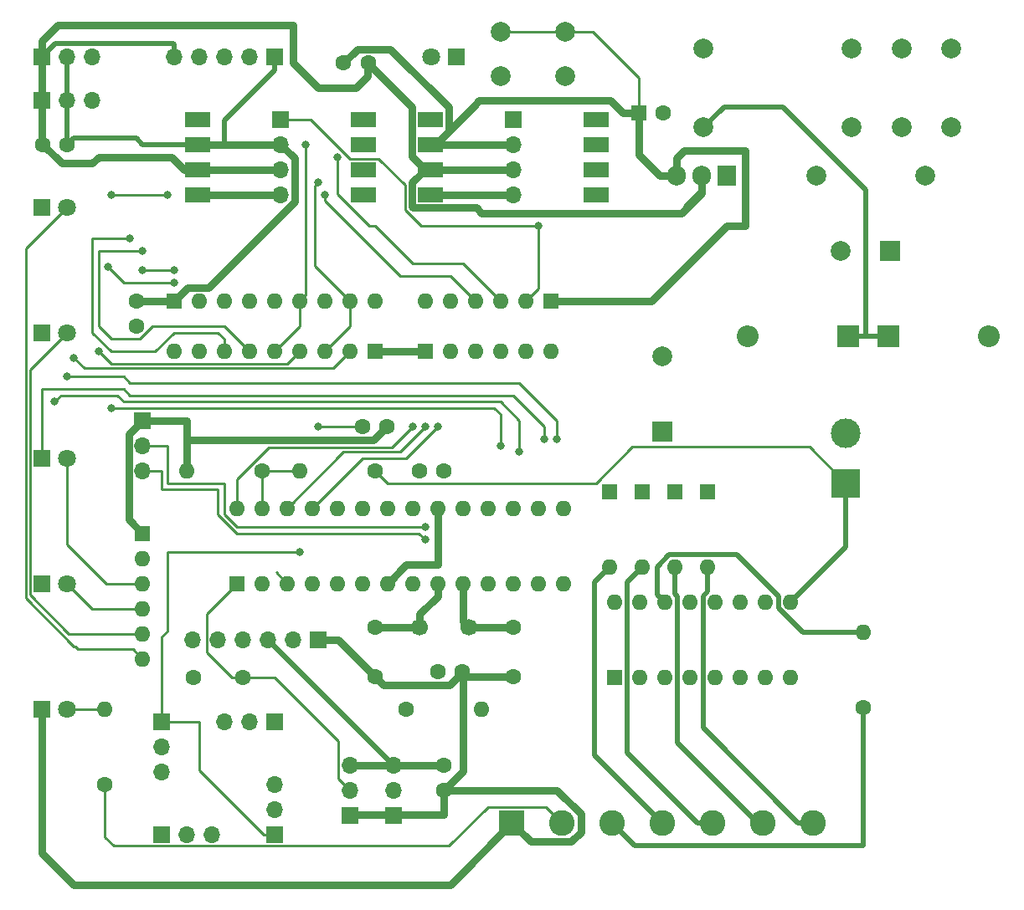
<source format=gbr>
G04 #@! TF.GenerationSoftware,KiCad,Pcbnew,(5.1.9)-1*
G04 #@! TF.CreationDate,2023-11-08T13:31:57-08:00*
G04 #@! TF.ProjectId,DSAMKVIE,4453414d-4b56-4494-952e-6b696361645f,rev?*
G04 #@! TF.SameCoordinates,Original*
G04 #@! TF.FileFunction,Copper,L1,Top*
G04 #@! TF.FilePolarity,Positive*
%FSLAX46Y46*%
G04 Gerber Fmt 4.6, Leading zero omitted, Abs format (unit mm)*
G04 Created by KiCad (PCBNEW (5.1.9)-1) date 2023-11-08 13:31:57*
%MOMM*%
%LPD*%
G01*
G04 APERTURE LIST*
G04 #@! TA.AperFunction,ComponentPad*
%ADD10C,2.600000*%
G04 #@! TD*
G04 #@! TA.AperFunction,ComponentPad*
%ADD11R,2.600000X2.600000*%
G04 #@! TD*
G04 #@! TA.AperFunction,ComponentPad*
%ADD12R,1.600000X1.600000*%
G04 #@! TD*
G04 #@! TA.AperFunction,ComponentPad*
%ADD13O,1.600000X1.600000*%
G04 #@! TD*
G04 #@! TA.AperFunction,ComponentPad*
%ADD14C,1.600000*%
G04 #@! TD*
G04 #@! TA.AperFunction,ComponentPad*
%ADD15C,3.000000*%
G04 #@! TD*
G04 #@! TA.AperFunction,ComponentPad*
%ADD16R,3.000000X3.000000*%
G04 #@! TD*
G04 #@! TA.AperFunction,ComponentPad*
%ADD17C,1.800000*%
G04 #@! TD*
G04 #@! TA.AperFunction,ComponentPad*
%ADD18R,1.800000X1.800000*%
G04 #@! TD*
G04 #@! TA.AperFunction,ComponentPad*
%ADD19R,1.700000X1.700000*%
G04 #@! TD*
G04 #@! TA.AperFunction,ComponentPad*
%ADD20O,1.700000X1.700000*%
G04 #@! TD*
G04 #@! TA.AperFunction,SMDPad,CuDef*
%ADD21R,2.540000X1.520000*%
G04 #@! TD*
G04 #@! TA.AperFunction,ComponentPad*
%ADD22C,2.000000*%
G04 #@! TD*
G04 #@! TA.AperFunction,ComponentPad*
%ADD23R,2.000000X2.000000*%
G04 #@! TD*
G04 #@! TA.AperFunction,ComponentPad*
%ADD24C,1.700000*%
G04 #@! TD*
G04 #@! TA.AperFunction,ComponentPad*
%ADD25R,2.200000X2.200000*%
G04 #@! TD*
G04 #@! TA.AperFunction,ComponentPad*
%ADD26O,2.200000X2.200000*%
G04 #@! TD*
G04 #@! TA.AperFunction,ComponentPad*
%ADD27R,1.905000X2.000000*%
G04 #@! TD*
G04 #@! TA.AperFunction,ComponentPad*
%ADD28O,1.905000X2.000000*%
G04 #@! TD*
G04 #@! TA.AperFunction,ViaPad*
%ADD29C,0.800000*%
G04 #@! TD*
G04 #@! TA.AperFunction,Conductor*
%ADD30C,0.508000*%
G04 #@! TD*
G04 #@! TA.AperFunction,Conductor*
%ADD31C,0.762000*%
G04 #@! TD*
G04 #@! TA.AperFunction,Conductor*
%ADD32C,0.254000*%
G04 #@! TD*
G04 #@! TA.AperFunction,Conductor*
%ADD33C,0.250000*%
G04 #@! TD*
G04 APERTURE END LIST*
D10*
X178308000Y-134112000D03*
X173228000Y-134112000D03*
X168148000Y-134112000D03*
X163068000Y-134112000D03*
X157988000Y-134112000D03*
X152908000Y-134112000D03*
D11*
X147828000Y-134112000D03*
D12*
X120015000Y-109855000D03*
D13*
X153035000Y-102235000D03*
X122555000Y-109855000D03*
X150495000Y-102235000D03*
X125095000Y-109855000D03*
X147955000Y-102235000D03*
X127635000Y-109855000D03*
X145415000Y-102235000D03*
X130175000Y-109855000D03*
X142875000Y-102235000D03*
X132715000Y-109855000D03*
X140335000Y-102235000D03*
X135255000Y-109855000D03*
X137795000Y-102235000D03*
X137795000Y-109855000D03*
X135255000Y-102235000D03*
X140335000Y-109855000D03*
X132715000Y-102235000D03*
X142875000Y-109855000D03*
X130175000Y-102235000D03*
X145415000Y-109855000D03*
X127635000Y-102235000D03*
X147955000Y-109855000D03*
X125095000Y-102235000D03*
X150495000Y-109855000D03*
X122555000Y-102235000D03*
X153035000Y-109855000D03*
X120015000Y-102235000D03*
X139065000Y-81280000D03*
X141605000Y-81280000D03*
X144145000Y-81280000D03*
X146685000Y-81280000D03*
X149225000Y-81280000D03*
D12*
X151765000Y-81280000D03*
D13*
X151765000Y-86360000D03*
X149225000Y-86360000D03*
X146685000Y-86360000D03*
X144145000Y-86360000D03*
X141605000Y-86360000D03*
D12*
X139065000Y-86360000D03*
D14*
X115650000Y-119380000D03*
X120650000Y-119380000D03*
X109855000Y-83780000D03*
X109855000Y-81280000D03*
X135215000Y-93980000D03*
X132715000Y-93980000D03*
X100370000Y-65405000D03*
X102870000Y-65405000D03*
X133310000Y-57150000D03*
X130810000Y-57150000D03*
X142835000Y-118745000D03*
X140335000Y-118745000D03*
X140970000Y-130770000D03*
X140970000Y-128270000D03*
X138470000Y-98425000D03*
X140970000Y-98425000D03*
D15*
X181610000Y-94615000D03*
D16*
X181610000Y-99695000D03*
D17*
X102870000Y-84455000D03*
D18*
X100330000Y-84455000D03*
D19*
X110490000Y-93345000D03*
D20*
X110490000Y-95885000D03*
X110490000Y-98425000D03*
D13*
X144780000Y-122555000D03*
D14*
X137160000Y-122555000D03*
D20*
X147955000Y-70485000D03*
X147955000Y-67945000D03*
X147955000Y-65405000D03*
D19*
X147955000Y-62865000D03*
D20*
X124460000Y-70485000D03*
X124460000Y-67945000D03*
X124460000Y-65405000D03*
D19*
X124460000Y-62865000D03*
D12*
X110490000Y-104775000D03*
D13*
X110490000Y-107315000D03*
X110490000Y-109855000D03*
X110490000Y-112395000D03*
X110490000Y-114935000D03*
X110490000Y-117475000D03*
D21*
X116080000Y-70485000D03*
X132840000Y-70485000D03*
X116080000Y-67945000D03*
X132840000Y-67945000D03*
X116080000Y-65405000D03*
X132840000Y-65405000D03*
X116080000Y-62865000D03*
X132840000Y-62865000D03*
D13*
X183388000Y-114808000D03*
D14*
X183388000Y-122428000D03*
D13*
X113665000Y-86360000D03*
X116205000Y-86360000D03*
X118745000Y-86360000D03*
X121285000Y-86360000D03*
X123825000Y-86360000D03*
X126365000Y-86360000D03*
X128905000Y-86360000D03*
X131445000Y-86360000D03*
D12*
X133985000Y-86360000D03*
D22*
X163068000Y-86888000D03*
D23*
X163068000Y-94488000D03*
D13*
X126365000Y-98425000D03*
D14*
X133985000Y-98425000D03*
D13*
X133985000Y-81280000D03*
X131445000Y-81280000D03*
X128905000Y-81280000D03*
X126365000Y-81280000D03*
X123825000Y-81280000D03*
X121285000Y-81280000D03*
X118745000Y-81280000D03*
X116205000Y-81280000D03*
D12*
X113665000Y-81280000D03*
D13*
X161036000Y-108204000D03*
D12*
X161036000Y-100584000D03*
D13*
X157734000Y-108204000D03*
D12*
X157734000Y-100584000D03*
D20*
X123825000Y-130175000D03*
X123825000Y-132715000D03*
D19*
X123825000Y-135255000D03*
D20*
X117475000Y-135255000D03*
X114935000Y-135255000D03*
D19*
X112395000Y-135255000D03*
D20*
X112395000Y-128905000D03*
X112395000Y-126365000D03*
D19*
X112395000Y-123825000D03*
D20*
X118745000Y-123825000D03*
X121285000Y-123825000D03*
D19*
X123825000Y-123825000D03*
D20*
X135890000Y-128270000D03*
X135890000Y-130810000D03*
D19*
X135890000Y-133350000D03*
D20*
X131445000Y-128270000D03*
X131445000Y-130810000D03*
D19*
X131445000Y-133350000D03*
D20*
X105410000Y-60960000D03*
X102870000Y-60960000D03*
D19*
X100330000Y-60960000D03*
D20*
X105410000Y-56515000D03*
X102870000Y-56515000D03*
D19*
X100330000Y-56515000D03*
D24*
X143510000Y-114300000D03*
X138510000Y-114300000D03*
D12*
X158242000Y-119380000D03*
D13*
X176022000Y-111760000D03*
X160782000Y-119380000D03*
X173482000Y-111760000D03*
X163322000Y-119380000D03*
X170942000Y-111760000D03*
X165862000Y-119380000D03*
X168402000Y-111760000D03*
X168402000Y-119380000D03*
X165862000Y-111760000D03*
X170942000Y-119380000D03*
X163322000Y-111760000D03*
X173482000Y-119380000D03*
X160782000Y-111760000D03*
X176022000Y-119380000D03*
X158242000Y-111760000D03*
D21*
X139575000Y-70485000D03*
X156335000Y-70485000D03*
X139575000Y-67945000D03*
X156335000Y-67945000D03*
X139575000Y-65405000D03*
X156335000Y-65405000D03*
X139575000Y-62865000D03*
X156335000Y-62865000D03*
D22*
X153185000Y-53975000D03*
X153185000Y-58475000D03*
X146685000Y-53975000D03*
X146685000Y-58475000D03*
D14*
X147955000Y-119300000D03*
X147955000Y-114300000D03*
X133985000Y-114300000D03*
X133985000Y-119300000D03*
D23*
X186055000Y-76200000D03*
D22*
X181055000Y-76200000D03*
D14*
X163155000Y-62230000D03*
D12*
X160655000Y-62230000D03*
D18*
X100330000Y-71755000D03*
D17*
X102870000Y-71755000D03*
X102870000Y-97155000D03*
D18*
X100330000Y-97155000D03*
X100330000Y-109855000D03*
D17*
X102870000Y-109855000D03*
D18*
X100330000Y-122555000D03*
D17*
X102870000Y-122555000D03*
D25*
X185928000Y-84836000D03*
D26*
X196088000Y-84836000D03*
X171704000Y-84836000D03*
D25*
X181864000Y-84836000D03*
D13*
X167640000Y-108204000D03*
D12*
X167640000Y-100584000D03*
X164338000Y-100584000D03*
D13*
X164338000Y-108204000D03*
D19*
X123825000Y-56515000D03*
D20*
X121285000Y-56515000D03*
X118745000Y-56515000D03*
X116205000Y-56515000D03*
X113665000Y-56515000D03*
D22*
X167205000Y-55690000D03*
X167205000Y-63690000D03*
X182205000Y-55690000D03*
X182205000Y-63690000D03*
X187205000Y-55690000D03*
X187205000Y-63690000D03*
X192205000Y-55690000D03*
X192205000Y-63690000D03*
D14*
X122555000Y-98425000D03*
D13*
X114935000Y-98425000D03*
X106680000Y-122555000D03*
D14*
X106680000Y-130175000D03*
D27*
X169545000Y-68580000D03*
D28*
X167005000Y-68580000D03*
X164465000Y-68580000D03*
D19*
X128270000Y-115570000D03*
D20*
X125730000Y-115570000D03*
X123190000Y-115570000D03*
X120650000Y-115570000D03*
X118110000Y-115570000D03*
X115570000Y-115570000D03*
D18*
X142240000Y-56515000D03*
D17*
X139700000Y-56515000D03*
D22*
X189650000Y-68580000D03*
X178650000Y-68580000D03*
D29*
X128270000Y-93980000D03*
X101600000Y-91440000D03*
X148590000Y-96520000D03*
X151130000Y-95250000D03*
X102870000Y-88900000D03*
X102870000Y-88900000D03*
X152400000Y-95250000D03*
X127000000Y-65405000D03*
X126365000Y-106680000D03*
X109220000Y-74930000D03*
X110490000Y-76200000D03*
X139065000Y-104140000D03*
X139065000Y-105410000D03*
X107315000Y-92075000D03*
X146685000Y-95885000D03*
X107315000Y-70485000D03*
X113030000Y-70485000D03*
X130175000Y-66675000D03*
X139065000Y-93980000D03*
X128905000Y-70485000D03*
X150495000Y-73660000D03*
X140335000Y-93980000D03*
X103505000Y-86995000D03*
X128270000Y-69215000D03*
X113665000Y-78105000D03*
X110490000Y-78105000D03*
X137795000Y-93980000D03*
X112395000Y-126365000D03*
X106997500Y-77787500D03*
X113665000Y-79375000D03*
X106045000Y-86360000D03*
D30*
X167005000Y-70088000D02*
X165393999Y-71699001D01*
X167005000Y-68580000D02*
X167005000Y-70088000D01*
D31*
X139575000Y-67945000D02*
X140110802Y-67945000D01*
D30*
X113563080Y-55210999D02*
X101634001Y-55210999D01*
X101634001Y-55210999D02*
X100330000Y-56515000D01*
X113665000Y-55312919D02*
X113563080Y-55210999D01*
X113665000Y-56515000D02*
X113665000Y-55312919D01*
D31*
X137723999Y-66629801D02*
X139039198Y-67945000D01*
X137723999Y-61603999D02*
X137723999Y-66629801D01*
X133270000Y-57150000D02*
X137723999Y-61603999D01*
X133270000Y-58500000D02*
X133270000Y-57150000D01*
X128270000Y-59690000D02*
X132080000Y-59690000D01*
X100330000Y-56515000D02*
X100330000Y-54903000D01*
X101893000Y-53340000D02*
X125730000Y-53340000D01*
X132080000Y-59690000D02*
X133270000Y-58500000D01*
X100330000Y-54903000D02*
X101893000Y-53340000D01*
X125730000Y-53340000D02*
X125730000Y-57150000D01*
X125730000Y-57150000D02*
X128270000Y-59690000D01*
X139039198Y-67945000D02*
X139575000Y-67945000D01*
X139575000Y-67945000D02*
X147955000Y-67945000D01*
X116080000Y-67945000D02*
X124460000Y-67945000D01*
X143430000Y-119300000D02*
X142875000Y-118745000D01*
X147955000Y-119300000D02*
X143430000Y-119300000D01*
X134811001Y-120126001D02*
X133985000Y-119300000D01*
X141493999Y-120126001D02*
X134811001Y-120126001D01*
X142875000Y-118745000D02*
X141493999Y-120126001D01*
X130255000Y-115570000D02*
X133985000Y-119300000D01*
X128270000Y-115570000D02*
X130255000Y-115570000D01*
X131525000Y-133270000D02*
X131445000Y-133350000D01*
X140970000Y-133270000D02*
X131525000Y-133270000D01*
X144780000Y-72390000D02*
X164957000Y-72390000D01*
X144216001Y-71826001D02*
X144780000Y-72390000D01*
X137840199Y-71826001D02*
X144216001Y-71826001D01*
X164957000Y-72390000D02*
X167005000Y-70342000D01*
X137723999Y-71709801D02*
X137840199Y-71826001D01*
X137723999Y-69260199D02*
X137723999Y-71709801D01*
X167005000Y-70342000D02*
X167005000Y-68580000D01*
X139039198Y-67945000D02*
X137723999Y-69260199D01*
X133985000Y-86360000D02*
X139065000Y-86360000D01*
X110490000Y-93345000D02*
X114935000Y-93345000D01*
X114935000Y-95250000D02*
X114935000Y-98425000D01*
X114935000Y-93345000D02*
X114935000Y-95250000D01*
X140970000Y-133270000D02*
X140970000Y-130770000D01*
X142875000Y-128865000D02*
X140970000Y-130770000D01*
X142875000Y-118745000D02*
X142875000Y-128865000D01*
X100330000Y-65325000D02*
X100330000Y-56515000D01*
X102315000Y-67310000D02*
X100330000Y-65325000D01*
X105410000Y-67310000D02*
X102315000Y-67310000D01*
X113413000Y-66675000D02*
X106045000Y-66675000D01*
X114683000Y-67945000D02*
X113413000Y-66675000D01*
X106045000Y-66675000D02*
X105410000Y-67310000D01*
X116715000Y-67945000D02*
X114683000Y-67945000D01*
X133833999Y-95361001D02*
X135215000Y-93980000D01*
X115046001Y-95361001D02*
X133833999Y-95361001D01*
X114935000Y-95250000D02*
X115046001Y-95361001D01*
X103505000Y-140335000D02*
X141605000Y-140335000D01*
X141605000Y-140335000D02*
X147828000Y-134112000D01*
X100330000Y-137160000D02*
X103505000Y-140335000D01*
X100330000Y-122555000D02*
X100330000Y-137160000D01*
X152349882Y-130770000D02*
X140970000Y-130770000D01*
X154789001Y-133209119D02*
X152349882Y-130770000D01*
X153810881Y-135993001D02*
X154789001Y-135014881D01*
X154789001Y-135014881D02*
X154789001Y-133209119D01*
X149709001Y-135993001D02*
X153810881Y-135993001D01*
X147828000Y-134112000D02*
X149709001Y-135993001D01*
X109058999Y-103343999D02*
X110490000Y-104775000D01*
X109058999Y-94776001D02*
X109058999Y-103343999D01*
X110490000Y-93345000D02*
X109058999Y-94776001D01*
X142875000Y-113665000D02*
X143510000Y-114300000D01*
X142875000Y-109855000D02*
X142875000Y-113665000D01*
X147955000Y-114300000D02*
X143510000Y-114300000D01*
X133985000Y-114300000D02*
X138510000Y-114300000D01*
X138510000Y-114300000D02*
X138510000Y-112950000D01*
X138510000Y-112950000D02*
X140335000Y-111125000D01*
X140335000Y-111125000D02*
X140335000Y-109855000D01*
D32*
X135255000Y-99695000D02*
X133985000Y-98425000D01*
X135255000Y-99695000D02*
X156337000Y-99695000D01*
X156337000Y-99695000D02*
X160020000Y-96012000D01*
X177927000Y-96012000D02*
X181610000Y-99695000D01*
X160020000Y-96012000D02*
X177927000Y-96012000D01*
D30*
X181610000Y-106172000D02*
X176022000Y-111760000D01*
X181610000Y-99695000D02*
X181610000Y-106172000D01*
X102870000Y-62865000D02*
X102870000Y-56515000D01*
D31*
X164465000Y-68580000D02*
X164465000Y-68532500D01*
X160655000Y-63792000D02*
X160655000Y-62230000D01*
X160655000Y-66484500D02*
X160655000Y-63792000D01*
X162750500Y-68580000D02*
X160655000Y-66484500D01*
X164465000Y-68580000D02*
X162750500Y-68580000D01*
D33*
X160655000Y-61180000D02*
X160655000Y-62230000D01*
X160655000Y-58659998D02*
X160655000Y-61180000D01*
D30*
X124460000Y-57150000D02*
X123825000Y-56515000D01*
X123825000Y-57873000D02*
X118745000Y-62953000D01*
X123825000Y-56515000D02*
X123825000Y-57873000D01*
X118745000Y-62953000D02*
X118745000Y-65405000D01*
X118745000Y-65405000D02*
X118110000Y-65405000D01*
X116715000Y-65405000D02*
X118110000Y-65405000D01*
X118110000Y-65405000D02*
X118493000Y-65405000D01*
D31*
X141426001Y-64063999D02*
X141426001Y-61640199D01*
X140085000Y-65405000D02*
X141426001Y-64063999D01*
X141426001Y-61640199D02*
X135554801Y-55768999D01*
X139575000Y-65405000D02*
X140085000Y-65405000D01*
D32*
X146685000Y-53975000D02*
X153185000Y-53975000D01*
X155970002Y-53975000D02*
X160655000Y-58659998D01*
X153185000Y-53975000D02*
X155970002Y-53975000D01*
D31*
X139575000Y-65405000D02*
X147955000Y-65405000D01*
X116080000Y-65405000D02*
X124460000Y-65405000D01*
X140335000Y-102235000D02*
X140335000Y-104775000D01*
X131445000Y-128270000D02*
X140970000Y-128270000D01*
X115046001Y-79898999D02*
X113665000Y-81280000D01*
X117163883Y-79898999D02*
X115046001Y-79898999D01*
X125891001Y-71171881D02*
X117163883Y-79898999D01*
X125891001Y-66836001D02*
X125891001Y-71171881D01*
X124460000Y-65405000D02*
X125891001Y-66836001D01*
X171450000Y-73660000D02*
X169545000Y-73660000D01*
X171450000Y-66040000D02*
X171450000Y-73660000D01*
X164465000Y-66818000D02*
X165243000Y-66040000D01*
X165243000Y-66040000D02*
X171450000Y-66040000D01*
X164465000Y-68580000D02*
X164465000Y-66818000D01*
X143966001Y-61523999D02*
X140085000Y-65405000D01*
X144530000Y-60960000D02*
X143966001Y-61523999D01*
X157823000Y-60960000D02*
X144530000Y-60960000D01*
X159093000Y-62230000D02*
X157823000Y-60960000D01*
X160655000Y-62230000D02*
X159093000Y-62230000D01*
X110490000Y-81280000D02*
X113665000Y-81280000D01*
X135255000Y-109855000D02*
X137160000Y-107950000D01*
X137160000Y-107950000D02*
X140335000Y-107950000D01*
X140335000Y-107950000D02*
X140335000Y-104775000D01*
D30*
X123190000Y-115570000D02*
X135890000Y-128270000D01*
D31*
X132191001Y-55768999D02*
X130810000Y-57150000D01*
X135554801Y-55768999D02*
X132191001Y-55768999D01*
D30*
X103505000Y-64770000D02*
X102870000Y-65405000D01*
X109855000Y-64770000D02*
X103505000Y-64770000D01*
X110490000Y-65405000D02*
X109855000Y-64770000D01*
X116080000Y-65405000D02*
X110490000Y-65405000D01*
X102870000Y-62865000D02*
X102870000Y-65405000D01*
D31*
X161925000Y-81280000D02*
X169545000Y-73660000D01*
X151765000Y-81280000D02*
X161925000Y-81280000D01*
D32*
X128270000Y-93980000D02*
X132715000Y-93980000D01*
X122555000Y-98425000D02*
X126365000Y-98425000D01*
X122555000Y-98425000D02*
X122555000Y-102235000D01*
D33*
X101970001Y-72654999D02*
X102870000Y-71755000D01*
X98654989Y-111201401D02*
X98654989Y-75970011D01*
X98654989Y-75970011D02*
X101970001Y-72654999D01*
D32*
X109527011Y-116512011D02*
X110490000Y-117475000D01*
X103962771Y-116512011D02*
X109527011Y-116512011D01*
X103655760Y-116205000D02*
X103962771Y-116512011D01*
X103505000Y-116205000D02*
X103655760Y-116205000D01*
X98654989Y-111354989D02*
X103505000Y-116205000D01*
X98654989Y-111201401D02*
X98654989Y-111354989D01*
D33*
X101970001Y-85354999D02*
X102870000Y-84455000D01*
X99104999Y-88220001D02*
X101970001Y-85354999D01*
X99104999Y-111015001D02*
X99104999Y-88220001D01*
D32*
X103021398Y-114935000D02*
X99106999Y-111020601D01*
X110490000Y-114935000D02*
X103021398Y-114935000D01*
D33*
X102235000Y-90805000D02*
X107950000Y-90805000D01*
X107950000Y-90805000D02*
X108585000Y-91440000D01*
X108585000Y-91440000D02*
X146685000Y-91440000D01*
X101600000Y-91440000D02*
X102235000Y-90805000D01*
X146685000Y-91440000D02*
X148590000Y-93345000D01*
D32*
X148590000Y-93345000D02*
X148590000Y-96520000D01*
X148590000Y-96520000D02*
X148590000Y-96520000D01*
D33*
X102870000Y-98427792D02*
X102870000Y-97155000D01*
X102870000Y-105906370D02*
X102870000Y-98427792D01*
D32*
X106818630Y-109855000D02*
X102870000Y-105906370D01*
X110490000Y-109855000D02*
X106818630Y-109855000D01*
D33*
X100330000Y-90170000D02*
X108585000Y-90170000D01*
X100330000Y-97155000D02*
X100330000Y-90170000D01*
X108585000Y-90170000D02*
X109220000Y-90805000D01*
X109220000Y-90805000D02*
X147955000Y-90805000D01*
X151130000Y-95250000D02*
X151130000Y-95250000D01*
D32*
X151130000Y-95250000D02*
X151130000Y-93980000D01*
X151130000Y-93980000D02*
X147955000Y-90805000D01*
X105410000Y-112395000D02*
X102870000Y-109855000D01*
X110490000Y-112395000D02*
X105410000Y-112395000D01*
X102870000Y-88900000D02*
X108585000Y-88900000D01*
X108585000Y-88900000D02*
X109220000Y-89535000D01*
X109220000Y-89535000D02*
X148590000Y-89535000D01*
X152400000Y-93345000D02*
X152400000Y-95250000D01*
X148590000Y-89535000D02*
X152400000Y-93345000D01*
X106680000Y-135523724D02*
X106680000Y-130175000D01*
X107588277Y-136432001D02*
X106680000Y-135523724D01*
X141443999Y-136432001D02*
X107588277Y-136432001D01*
X145391001Y-132484999D02*
X141443999Y-136432001D01*
X151280999Y-132484999D02*
X145391001Y-132484999D01*
X152908000Y-134112000D02*
X151280999Y-132484999D01*
D30*
X169300000Y-61595000D02*
X167205000Y-63690000D01*
X175260000Y-61595000D02*
X169300000Y-61595000D01*
X183642000Y-69977000D02*
X175260000Y-61595000D01*
X183642000Y-84836000D02*
X183642000Y-69977000D01*
X181864000Y-84836000D02*
X183642000Y-84836000D01*
X183642000Y-84836000D02*
X185928000Y-84836000D01*
X167147999Y-111158079D02*
X167147999Y-124475999D01*
X167640000Y-110666078D02*
X167147999Y-111158079D01*
X167640000Y-108204000D02*
X167640000Y-110666078D01*
X176784000Y-134112000D02*
X178308000Y-134112000D01*
X167147999Y-124475999D02*
X176784000Y-134112000D01*
X164576001Y-111158079D02*
X164576001Y-125999999D01*
X164338000Y-110920078D02*
X164576001Y-111158079D01*
X164338000Y-108204000D02*
X164338000Y-110920078D01*
X172688002Y-134112000D02*
X173228000Y-134112000D01*
X164576001Y-125999999D02*
X172688002Y-134112000D01*
D32*
X112395000Y-123825000D02*
X116205000Y-123825000D01*
X122721000Y-135255000D02*
X123825000Y-135255000D01*
X116205000Y-128739000D02*
X122721000Y-135255000D01*
X116205000Y-123825000D02*
X116205000Y-128739000D01*
X127000000Y-80645000D02*
X126365000Y-81280000D01*
X127000000Y-65405000D02*
X127000000Y-80645000D01*
X126365000Y-83820000D02*
X123825000Y-86360000D01*
X126365000Y-81280000D02*
X126365000Y-83820000D01*
X112395000Y-115286398D02*
X113030000Y-114651398D01*
X112395000Y-123825000D02*
X112395000Y-115286398D01*
X113030000Y-114651398D02*
X113030000Y-106680000D01*
X113030000Y-106680000D02*
X126365000Y-106680000D01*
D30*
X183388000Y-122428000D02*
X183388000Y-136398000D01*
X160274000Y-136398000D02*
X157988000Y-134112000D01*
X183388000Y-136398000D02*
X160274000Y-136398000D01*
X177214078Y-114808000D02*
X183388000Y-114808000D01*
X174767999Y-112361921D02*
X177214078Y-114808000D01*
X174767999Y-111158079D02*
X174767999Y-112361921D01*
X170559919Y-106949999D02*
X174767999Y-111158079D01*
X163736079Y-106949999D02*
X170559919Y-106949999D01*
X162522001Y-110960001D02*
X162522001Y-108164077D01*
X162522001Y-108164077D02*
X163736079Y-106949999D01*
X163322000Y-111760000D02*
X162522001Y-110960001D01*
D32*
X106680000Y-122555000D02*
X102870000Y-122555000D01*
X125095000Y-109855000D02*
X123967999Y-108727999D01*
X118745000Y-86360000D02*
X118745000Y-85090000D01*
X118745000Y-85090000D02*
X118110000Y-84455000D01*
X105410000Y-84455000D02*
X105410000Y-74930000D01*
X105410000Y-74930000D02*
X109220000Y-74930000D01*
X118110000Y-84455000D02*
X113665000Y-84455000D01*
X113665000Y-84455000D02*
X111760000Y-86360000D01*
X111760000Y-86360000D02*
X107315000Y-86360000D01*
X107315000Y-86360000D02*
X105410000Y-84455000D01*
X121285000Y-86360000D02*
X118745000Y-83820000D01*
X106045000Y-83820000D02*
X106045000Y-76200000D01*
X106045000Y-76200000D02*
X110490000Y-76200000D01*
X110212962Y-85090000D02*
X107315000Y-85090000D01*
X111482962Y-83820000D02*
X110212962Y-85090000D01*
X118745000Y-83820000D02*
X111482962Y-83820000D01*
X107315000Y-85090000D02*
X106045000Y-83820000D01*
X128905000Y-104140000D02*
X120015000Y-104140000D01*
X120015000Y-104140000D02*
X120015000Y-104140000D01*
X110490000Y-95885000D02*
X113030000Y-95885000D01*
X113030000Y-95885000D02*
X113030000Y-99695000D01*
X113030000Y-99695000D02*
X113665000Y-99695000D01*
X120015000Y-104140000D02*
X118745000Y-102870000D01*
X118745000Y-102870000D02*
X118745000Y-99695000D01*
X118745000Y-99695000D02*
X113665000Y-99695000D01*
X128905000Y-104140000D02*
X138430000Y-104140000D01*
X138430000Y-104140000D02*
X138430000Y-104140000D01*
X138430000Y-104140000D02*
X139065000Y-104140000D01*
X139065000Y-104140000D02*
X139065000Y-104140000D01*
X110490000Y-98425000D02*
X112395000Y-98425000D01*
X112395000Y-98425000D02*
X112395000Y-100330000D01*
X112395000Y-100330000D02*
X118110000Y-100330000D01*
X118110000Y-102877066D02*
X120007934Y-104775000D01*
X118110000Y-100330000D02*
X118110000Y-102877066D01*
X120007934Y-104775000D02*
X128270000Y-104775000D01*
X128270000Y-104775000D02*
X137160000Y-104775000D01*
X137160000Y-104775000D02*
X138430000Y-104775000D01*
X138430000Y-104775000D02*
X139065000Y-105410000D01*
X139065000Y-105410000D02*
X139065000Y-105410000D01*
D33*
X107315000Y-92075000D02*
X140196370Y-92075000D01*
D32*
X140196370Y-92075000D02*
X146050000Y-92075000D01*
X146050000Y-92075000D02*
X146685000Y-92710000D01*
X146685000Y-92710000D02*
X146685000Y-95885000D01*
X146685000Y-95885000D02*
X146685000Y-95885000D01*
X107315000Y-70485000D02*
X113030000Y-70485000D01*
X120650000Y-119380000D02*
X123825000Y-119380000D01*
X130267999Y-129632999D02*
X131445000Y-130810000D01*
X130267999Y-125822999D02*
X130267999Y-129632999D01*
X123825000Y-119380000D02*
X130267999Y-125822999D01*
X116932999Y-112937001D02*
X120015000Y-109855000D01*
X116932999Y-116794369D02*
X116932999Y-112937001D01*
X119518630Y-119380000D02*
X116932999Y-116794369D01*
X120650000Y-119380000D02*
X119518630Y-119380000D01*
D30*
X157734000Y-108204000D02*
X156210000Y-109728000D01*
X156210000Y-127254000D02*
X163068000Y-134112000D01*
X156210000Y-109728000D02*
X156210000Y-127254000D01*
X165862000Y-112268000D02*
X165862000Y-111760000D01*
X159496001Y-109743999D02*
X159496001Y-126984001D01*
X161036000Y-108204000D02*
X159496001Y-109743999D01*
X166624000Y-134112000D02*
X168148000Y-134112000D01*
X159496001Y-126984001D02*
X166624000Y-134112000D01*
D32*
X130175000Y-70438602D02*
X133396398Y-73660000D01*
X130175000Y-66675000D02*
X130175000Y-70438602D01*
X133396398Y-73660000D02*
X133985000Y-73660000D01*
X146685000Y-81280000D02*
X142875000Y-77470000D01*
X142875000Y-77470000D02*
X137795000Y-77470000D01*
X137795000Y-77470000D02*
X133985000Y-73660000D01*
D31*
X116080000Y-70485000D02*
X124460000Y-70485000D01*
D32*
X125095000Y-102235000D02*
X130806979Y-96523021D01*
X130806979Y-96523021D02*
X136521979Y-96523021D01*
X136521979Y-96523021D02*
X139065000Y-93980000D01*
X139065000Y-93980000D02*
X139065000Y-93980000D01*
X128905000Y-70485000D02*
X128905000Y-70485000D01*
X144145000Y-81280000D02*
X141605000Y-78740000D01*
X141605000Y-78740000D02*
X136525000Y-78740000D01*
X136525000Y-78740000D02*
X128905000Y-71120000D01*
X128905000Y-71120000D02*
X128905000Y-70485000D01*
D33*
X137017989Y-72002239D02*
X138675750Y-73660000D01*
X137017989Y-69507987D02*
X137017989Y-72002239D01*
X134370001Y-66859999D02*
X137017989Y-69507987D01*
X131433001Y-66859999D02*
X134370001Y-66859999D01*
X127438002Y-62865000D02*
X131433001Y-66859999D01*
X124460000Y-62865000D02*
X127438002Y-62865000D01*
X138675750Y-73660000D02*
X150495000Y-73660000D01*
X150495000Y-73660000D02*
X150495000Y-73660000D01*
D32*
X139700000Y-70610000D02*
X139575000Y-70485000D01*
D31*
X139575000Y-70485000D02*
X147955000Y-70485000D01*
D32*
X127635000Y-102235000D02*
X132715000Y-97155000D01*
X132715000Y-97155000D02*
X137160000Y-97155000D01*
X137160000Y-97155000D02*
X140335000Y-93980000D01*
X140335000Y-93980000D02*
X140335000Y-93980000D01*
X150495000Y-80010000D02*
X149225000Y-81280000D01*
X150495000Y-73660000D02*
X150495000Y-80010000D01*
X129720990Y-88084010D02*
X104594010Y-88084010D01*
X131445000Y-86360000D02*
X129720990Y-88084010D01*
X104594010Y-88084010D02*
X103505000Y-86995000D01*
X103505000Y-86995000D02*
X103505000Y-86995000D01*
X131445000Y-83820000D02*
X128905000Y-86360000D01*
X131445000Y-81280000D02*
X131445000Y-83820000D01*
X127870001Y-77705001D02*
X131445000Y-81280000D01*
X127870001Y-69614999D02*
X127870001Y-77705001D01*
X128270000Y-69215000D02*
X127870001Y-69614999D01*
X110490000Y-78105000D02*
X113665000Y-78105000D01*
X123243027Y-96069011D02*
X135705989Y-96069011D01*
X120015000Y-99297038D02*
X123243027Y-96069011D01*
X120015000Y-102235000D02*
X120015000Y-99297038D01*
X135705989Y-96069011D02*
X137795000Y-93980000D01*
X137795000Y-93980000D02*
X137795000Y-93980000D01*
X106997500Y-77787500D02*
X107950000Y-78740000D01*
X107950000Y-78740000D02*
X108585000Y-79375000D01*
X108585000Y-79375000D02*
X113665000Y-79375000D01*
X113665000Y-79375000D02*
X113665000Y-79375000D01*
X126365000Y-86360000D02*
X125095000Y-87630000D01*
X125095000Y-87630000D02*
X107315000Y-87630000D01*
X107315000Y-87630000D02*
X106045000Y-86360000D01*
M02*

</source>
